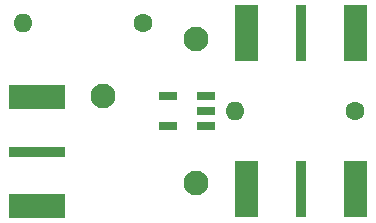
<source format=gts>
%TF.GenerationSoftware,KiCad,Pcbnew,(6.0.0-0)*%
%TF.CreationDate,2022-04-29T16:53:49+10:00*%
%TF.ProjectId,kicad practice,6b696361-6420-4707-9261-63746963652e,rev?*%
%TF.SameCoordinates,Original*%
%TF.FileFunction,Soldermask,Top*%
%TF.FilePolarity,Negative*%
%FSLAX46Y46*%
G04 Gerber Fmt 4.6, Leading zero omitted, Abs format (unit mm)*
G04 Created by KiCad (PCBNEW (6.0.0-0)) date 2022-04-29 16:53:49*
%MOMM*%
%LPD*%
G01*
G04 APERTURE LIST*
%ADD10R,0.860000X4.720000*%
%ADD11R,1.670000X4.720000*%
%ADD12R,1.350000X4.720000*%
%ADD13C,2.100000*%
%ADD14C,1.600000*%
%ADD15O,1.600000X1.600000*%
%ADD16R,4.720000X0.860000*%
%ADD17R,4.720000X1.670000*%
%ADD18R,4.720000X1.350000*%
%ADD19R,1.650000X0.760000*%
G04 APERTURE END LIST*
D10*
%TO.C,J2*%
X152400000Y-95504000D03*
D11*
X156875000Y-95504000D03*
D12*
X157325000Y-95504000D03*
D11*
X147925000Y-95504000D03*
D12*
X147475000Y-95504000D03*
%TD*%
D13*
%TO.C,REF\u002A\u002A*%
X143510000Y-108204000D03*
%TD*%
D14*
%TO.C,R1*%
X156972000Y-102108000D03*
D15*
X146812000Y-102108000D03*
%TD*%
D13*
%TO.C,REF\u002A\u002A*%
X143510000Y-96012000D03*
%TD*%
%TO.C,REF\u002A\u002A*%
X135636000Y-100838000D03*
%TD*%
D16*
%TO.C,J3*%
X130048000Y-105507000D03*
D17*
X130048000Y-109982000D03*
D18*
X130048000Y-100582000D03*
D17*
X130048000Y-101032000D03*
D18*
X130048000Y-110432000D03*
%TD*%
D19*
%TO.C,T1*%
X144338000Y-103378000D03*
X144338000Y-102108000D03*
X144338000Y-100838000D03*
X141158000Y-100838000D03*
X141158000Y-103378000D03*
%TD*%
D14*
%TO.C,R2*%
X139065000Y-94615000D03*
D15*
X128905000Y-94615000D03*
%TD*%
D10*
%TO.C,J1*%
X152400000Y-108712000D03*
D11*
X156875000Y-108712000D03*
X147925000Y-108712000D03*
D12*
X147475000Y-108712000D03*
X157325000Y-108712000D03*
%TD*%
M02*

</source>
